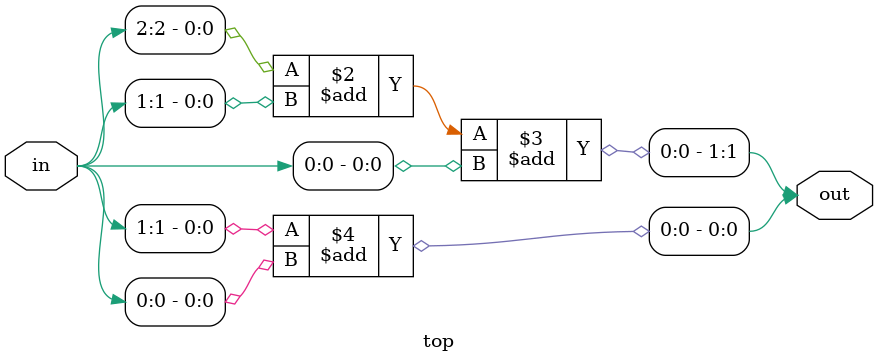
<source format=sv>
module top (
  input [2:0] in,
  output [1:0] out
);

  // Logic to calculate the output
  always @(*) begin
    out[1] = in[2] + in[1] + in[0]; // Calculate the most significant bit of the result
    out[0] = in[1] + in[0]; // Calculate the least significant bit of the result
  end

endmodule

</source>
